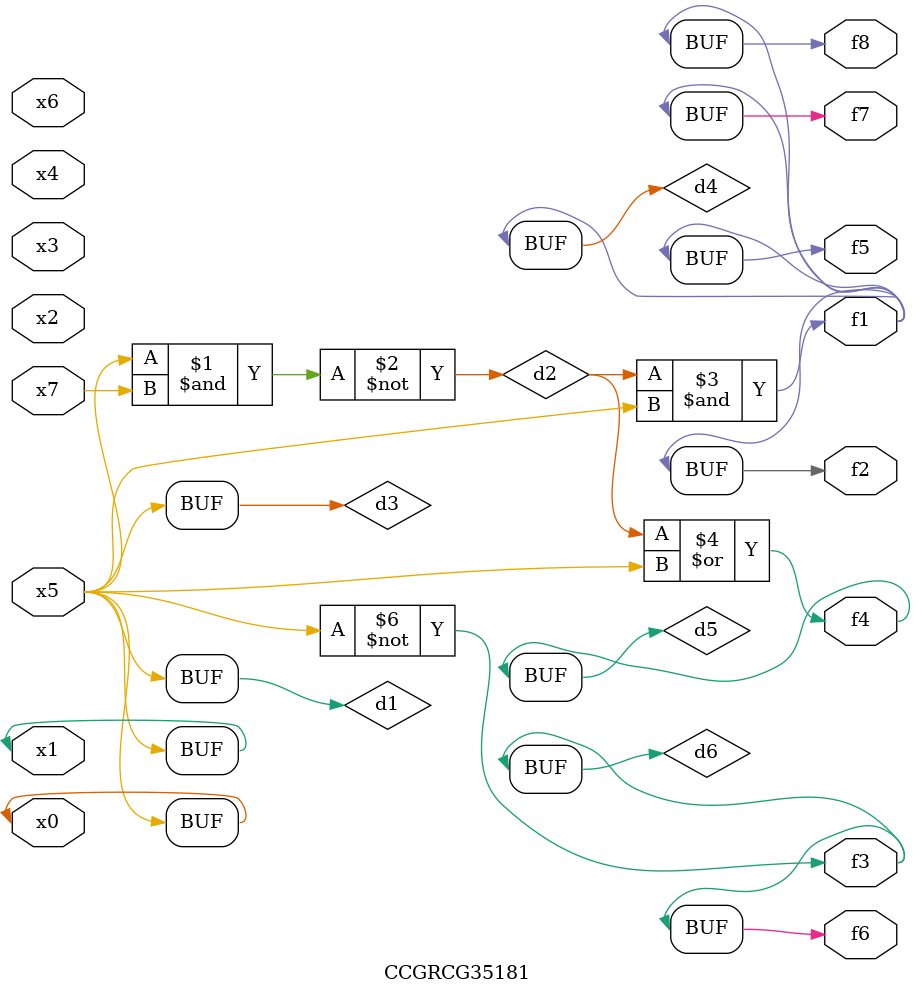
<source format=v>
module CCGRCG35181(
	input x0, x1, x2, x3, x4, x5, x6, x7,
	output f1, f2, f3, f4, f5, f6, f7, f8
);

	wire d1, d2, d3, d4, d5, d6;

	buf (d1, x0, x5);
	nand (d2, x5, x7);
	buf (d3, x0, x1);
	and (d4, d2, d3);
	or (d5, d2, d3);
	nor (d6, d1, d3);
	assign f1 = d4;
	assign f2 = d4;
	assign f3 = d6;
	assign f4 = d5;
	assign f5 = d4;
	assign f6 = d6;
	assign f7 = d4;
	assign f8 = d4;
endmodule

</source>
